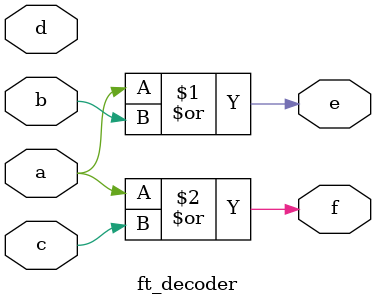
<source format=v>
module ft_decoder(a,b,c,d,e,f);
input a,b,c,d;
output e,f;

assign e = (a|b);
assign f = (a|c);

endmodule
</source>
